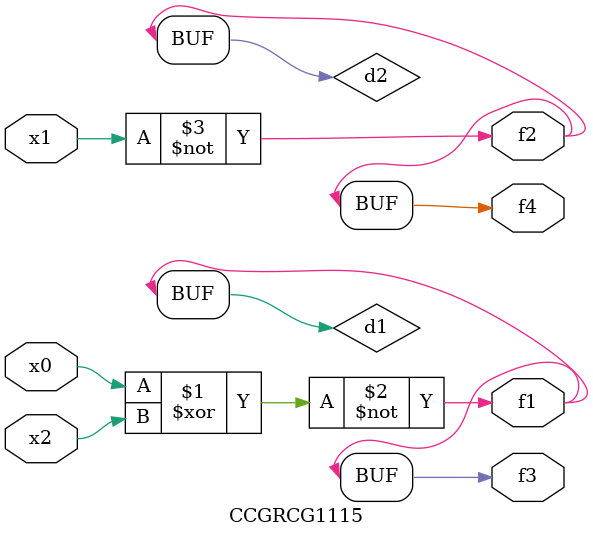
<source format=v>
module CCGRCG1115(
	input x0, x1, x2,
	output f1, f2, f3, f4
);

	wire d1, d2, d3;

	xnor (d1, x0, x2);
	nand (d2, x1);
	nor (d3, x1, x2);
	assign f1 = d1;
	assign f2 = d2;
	assign f3 = d1;
	assign f4 = d2;
endmodule

</source>
